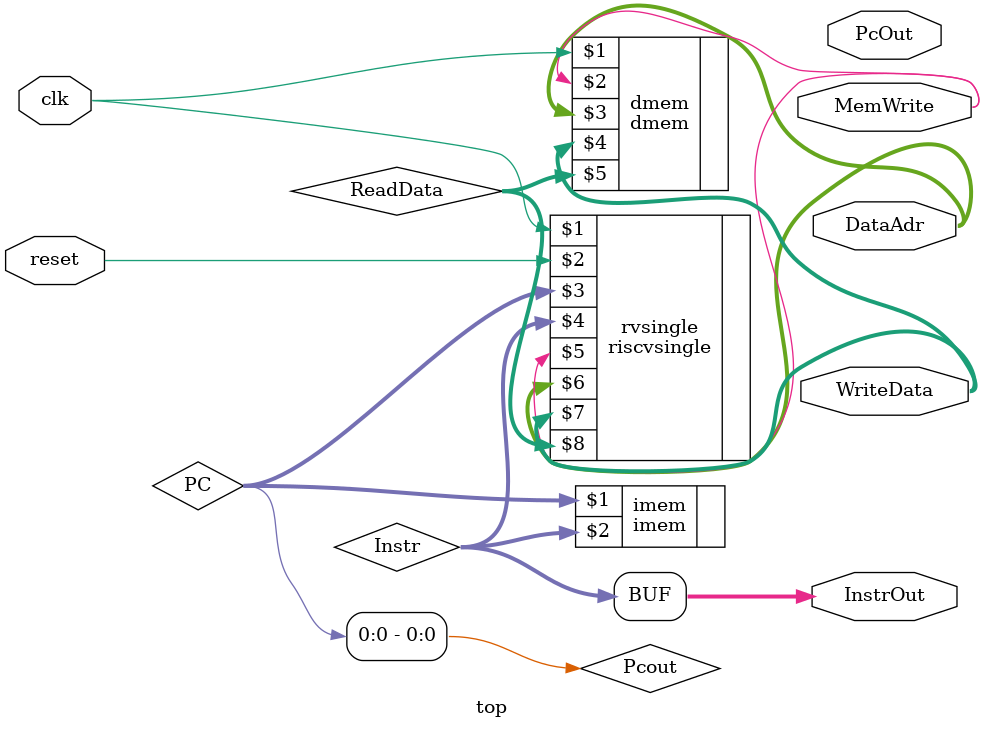
<source format=sv>

module top(input  logic        clk, reset,
           output logic [31:0] WriteData, DataAdr, 
           output logic        MemWrite,
			  output logic [31:0] PcOut, InstrOut);

  logic [31:0] PC, Instr, ReadData;
  
  // Instantiate processor and memories
  riscvsingle rvsingle(clk, reset, PC, Instr, MemWrite, DataAdr, 
                       WriteData, ReadData);
					  
  imem imem(PC, Instr);
  
  dmem dmem(clk, MemWrite, DataAdr, WriteData, ReadData);
  
  assign Pcout = PC;
  assign InstrOut = Instr;
	 
endmodule

</source>
